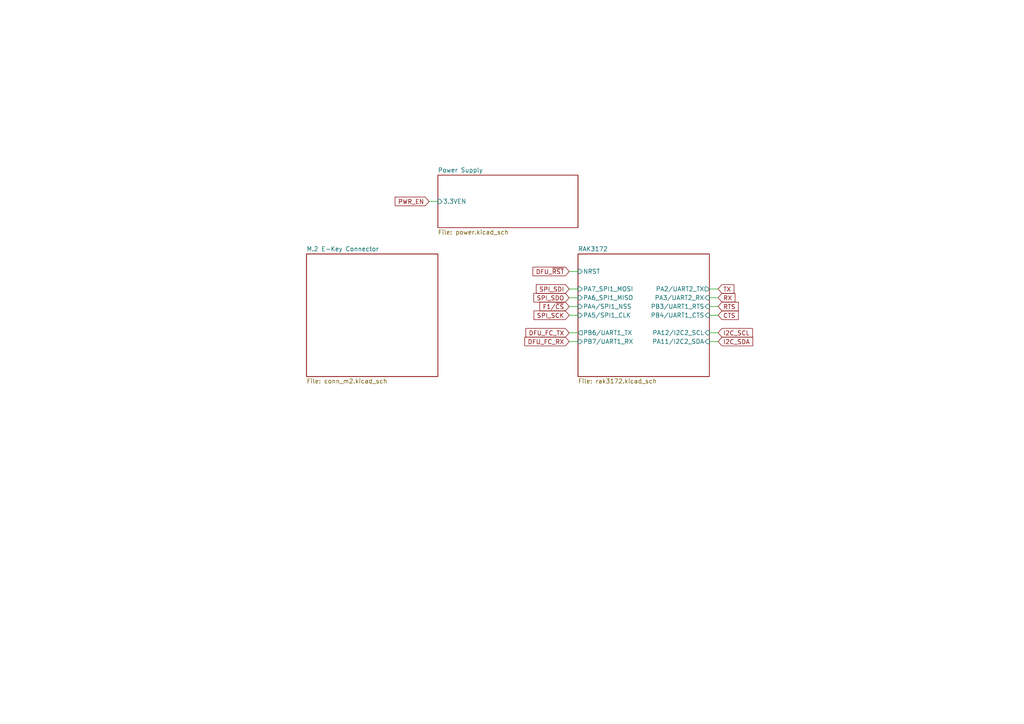
<source format=kicad_sch>
(kicad_sch (version 20230121) (generator eeschema)
  (paper "A4")
  (title_block (title "RAK3172 M.2 2230 Module") (date "2023-02-19") (rev "A"))
  (lib_symbols)
  (wire (pts (xy 165.1 88.9) (xy 167.64 88.9)))
  (wire (pts (xy 165.1 91.44) (xy 167.64 91.44)))
  (wire (pts (xy 205.74 96.52) (xy 208.28 96.52)))
  (wire (pts (xy 205.74 83.82) (xy 208.28 83.82)))
  (wire (pts (xy 165.1 86.36) (xy 167.64 86.36)))
  (wire (pts (xy 205.74 86.36) (xy 208.28 86.36)))
  (wire (pts (xy 165.1 83.82) (xy 167.64 83.82)))
  (wire (pts (xy 165.1 96.52) (xy 167.64 96.52)))
  (wire (pts (xy 165.1 78.74) (xy 167.64 78.74)))
  (wire (pts (xy 165.1 99.06) (xy 167.64 99.06)))
  (wire (pts (xy 205.74 88.9) (xy 208.28 88.9)))
  (wire (pts (xy 124.46 58.42) (xy 127 58.42)))
  (wire (pts (xy 205.74 91.44) (xy 208.28 91.44)))
  (wire (pts (xy 205.74 99.06) (xy 208.28 99.06)))
  (global_label "I2C_SDA" (shape input) (at 208.28 99.06 0) (property "Intersheetrefs" "${INTERSHEET_REFS}" (effects hide)))
  (global_label "SPI_SDI" (shape input) (at 165.1 83.82 180) (property "Intersheetrefs" "${INTERSHEET_REFS}" (effects hide)))
  (global_label "I2C_SCL" (shape input) (at 208.28 96.52 0) (property "Intersheetrefs" "${INTERSHEET_REFS}" (effects hide)))
  (global_label "F1{slash}~{CS}" (shape input) (at 165.1 88.9 180) (property "Intersheetrefs" "${INTERSHEET_REFS}" (effects hide)))
  (global_label "SPI_SCK" (shape input) (at 165.1 91.44 180) (property "Intersheetrefs" "${INTERSHEET_REFS}" (effects hide)))
  (global_label "CTS" (shape input) (at 208.28 91.44 0) (property "Intersheetrefs" "${INTERSHEET_REFS}" (effects hide)))
  (global_label "DFU_FC_RX" (shape input) (at 165.1 99.06 180) (property "Intersheetrefs" "${INTERSHEET_REFS}" (effects hide)))
  (global_label "DFU_FC_TX" (shape input) (at 165.1 96.52 180) (property "Intersheetrefs" "${INTERSHEET_REFS}" (effects hide)))
  (global_label "SPI_SDO" (shape input) (at 165.1 86.36 180) (property "Intersheetrefs" "${INTERSHEET_REFS}" (effects hide)))
  (global_label "DFU_~{RST}" (shape input) (at 165.1 78.74 180) (property "Intersheetrefs" "${INTERSHEET_REFS}" (effects hide)))
  (global_label "RTS" (shape input) (at 208.28 88.9 0) (property "Intersheetrefs" "${INTERSHEET_REFS}" (effects hide)))
  (global_label "PWR_EN" (shape input) (at 124.46 58.42 180) (property "Intersheetrefs" "${INTERSHEET_REFS}" (effects hide)))
  (global_label "TX" (shape input) (at 208.28 83.82 0) (property "Intersheetrefs" "${INTERSHEET_REFS}" (effects hide)))
  (global_label "RX" (shape input) (at 208.28 86.36 0) (property "Intersheetrefs" "${INTERSHEET_REFS}" (effects hide)))
  (sheet (at 127 50.8) (size 40.64 15.24) (stroke (width 0.1524))
    (property "Sheetname" "Power Supply" (at 127 50.0884 0) (effects (justify left bottom)))
    (property "Sheetfile" "power.kicad_sch" (at 127 66.6246 0) (effects (justify left top)))
    (pin "3.3VEN" input (at 127 58.42 180))
  )
  (sheet (at 88.9 73.66) (size 38.1 35.56) (stroke (width 0.1524))
    (property "Sheetname" "M.2 E-Key Connector" (at 88.9 72.9484 0) (effects (justify left bottom)))
    (property "Sheetfile" "conn_m2.kicad_sch" (at 88.9 109.8046 0) (effects (justify left top)))
  )
  (sheet (at 167.64 73.66) (size 38.1 35.56) (stroke (width 0.1524))
    (property "Sheetname" "RAK3172" (at 167.64 72.9484 0) (effects (justify left bottom)))
    (property "Sheetfile" "rak3172.kicad_sch" (at 167.64 109.8046 0) (effects (justify left top)))
    (pin "PA7_SPI1_MOSI" input (at 167.64 83.82 180))
    (pin "PA6_SPI1_MISO" input (at 167.64 86.36 180))
    (pin "PB6{slash}UART1_TX" output (at 167.64 96.52 180))
    (pin "PB7{slash}UART1_RX" input (at 167.64 99.06 180))
    (pin "PA4{slash}SPI1_NSS" input (at 167.64 88.9 180))
    (pin "PA2{slash}UART2_TX" output (at 205.74 83.82 0))
    (pin "PA5{slash}SPI1_CLK" input (at 167.64 91.44 180))
    (pin "PA3{slash}UART2_RX" input (at 205.74 86.36 0))
    (pin "NRST" input (at 167.64 78.74 180))
    (pin "PB3{slash}UART1_RTS" input (at 205.74 88.9 0))
    (pin "PB4{slash}UART1_CTS" input (at 205.74 91.44 0))
    (pin "PA12{slash}I2C2_SCL" input (at 205.74 96.52 0))
    (pin "PA11{slash}I2C2_SDA" input (at 205.74 99.06 0))
  )
)
</source>
